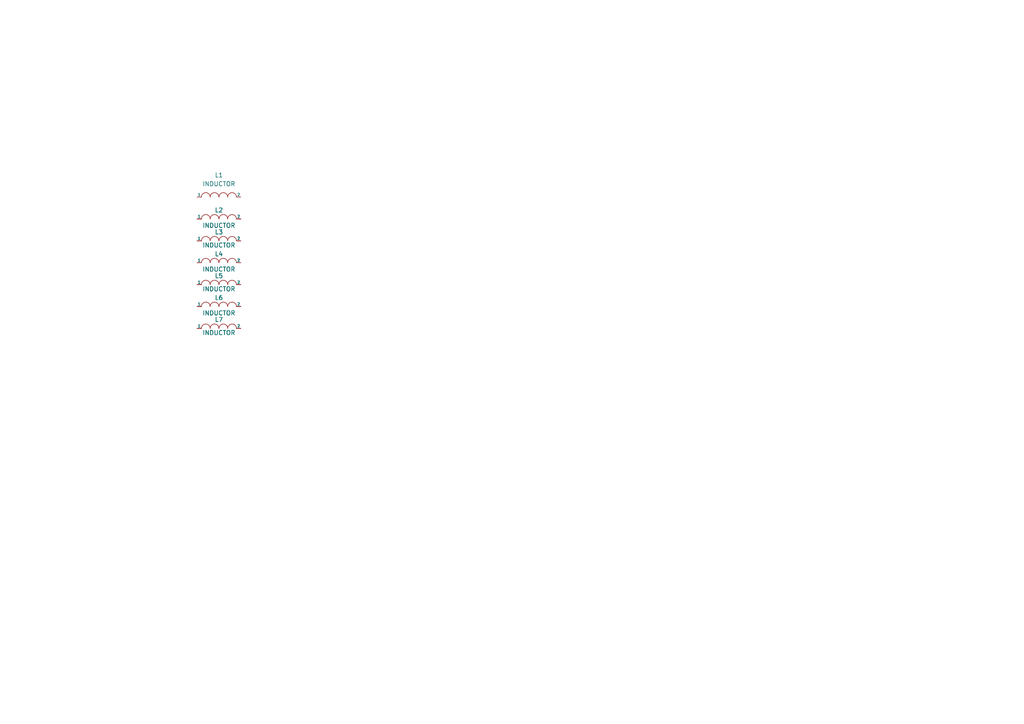
<source format=kicad_sch>
(kicad_sch (version 20231120) (generator "eeschema") (generator_version "8.0")
  (paper "A4")
  (lib_symbols
    (symbol "pspice:INDUCTOR" (pin_numbers hide) (pin_names (offset 0))
      (property "Reference" "L" (at 0 2.54 0))
      (property "Value" "INDUCTOR" (at 0 -1.27 0))
      (symbol "INDUCTOR_0_1"
        (arc (start -2.54 0) (mid -3.81 1.2645) (end -5.08 0))
        (arc (start 0 0) (mid -1.27 1.2645) (end -2.54 0))
        (arc (start 2.54 0) (mid 1.27 1.2645) (end 0 0))
        (arc (start 5.08 0) (mid 3.81 1.2645) (end 2.54 0))
      )
      (symbol "INDUCTOR_1_1"
        (pin input line (at -6.35 0 0) (length 1.27) (name "1") (number "1"))
        (pin input line (at 6.35 0 180) (length 1.27) (name "2") (number "2"))
      )
    )
  )
  (symbol (lib_id "pspice:INDUCTOR") (at 63.5 57.15 0) (unit 1)
    (property "Reference" "L1" (at 63.5 50.8 0))
    (property "Value" "INDUCTOR" (at 63.5 53.34 0))
    (property "Footprint" "me-tech:CD32" (effects (hide yes)))
  )
  (symbol (lib_id "pspice:INDUCTOR") (at 63.5 95.25 0) (unit 1)
    (property "Reference" "L7" (at 63.5 92.71 0))
    (property "Value" "INDUCTOR" (at 63.5 96.52 0))
    (property "Footprint" "me-tech:CD105F" (effects (hide yes)))
  )
  (symbol (lib_id "pspice:INDUCTOR") (at 63.5 88.9 0) (unit 1)
    (property "Reference" "L6" (at 63.5 86.36 0))
    (property "Value" "INDUCTOR" (at 63.5 90.805 0))
    (property "Footprint" "me-tech:CD104F" (effects (hide yes)))
  )
  (symbol (lib_id "pspice:INDUCTOR") (at 63.5 69.85 0) (unit 1)
    (property "Reference" "L3" (at 63.5 67.31 0))
    (property "Value" "INDUCTOR" (at 63.5 71.12 0))
    (property "Footprint" "me-tech:CD54" (effects (hide yes)))
  )
  (symbol (lib_id "pspice:INDUCTOR") (at 63.5 63.5 0) (unit 1)
    (property "Reference" "L2" (at 63.5 60.96 0))
    (property "Value" "INDUCTOR" (at 63.5 65.405 0))
    (property "Footprint" "me-tech:CD43" (effects (hide yes)))
  )
  (symbol (lib_id "pspice:INDUCTOR") (at 63.5 76.2 0) (unit 1)
    (property "Reference" "L4" (at 63.5 73.66 0))
    (property "Value" "INDUCTOR" (at 63.5 78.105 0))
    (property "Footprint" "me-tech:CD53" (effects (hide yes)))
  )
  (symbol (lib_id "pspice:INDUCTOR") (at 63.5 82.55 0) (unit 1)
    (property "Reference" "L5" (at 63.5 80.01 0))
    (property "Value" "INDUCTOR" (at 63.5 83.82 0))
    (property "Footprint" "me-tech:CD75" (effects (hide yes)))
  )
)
</source>
